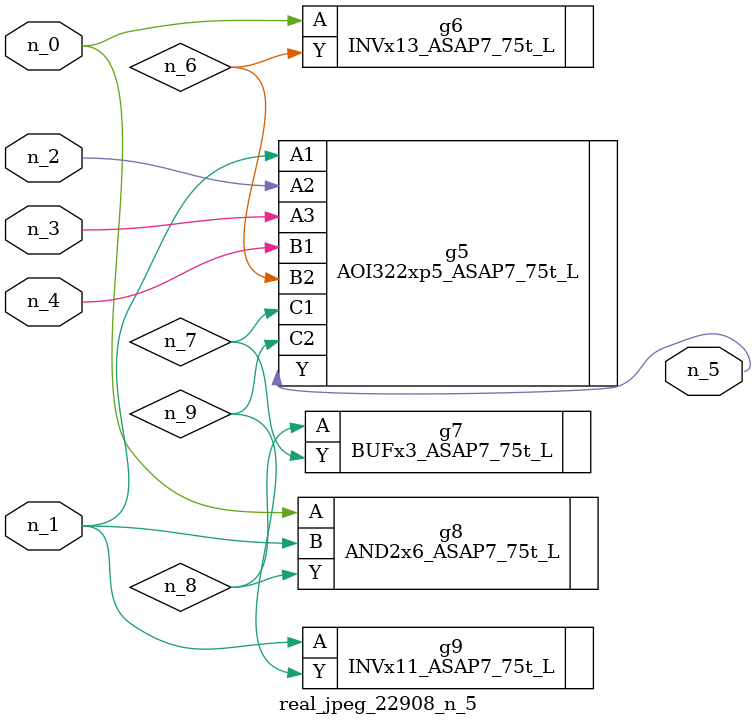
<source format=v>
module real_jpeg_22908_n_5 (n_4, n_0, n_1, n_2, n_3, n_5);

input n_4;
input n_0;
input n_1;
input n_2;
input n_3;

output n_5;

wire n_8;
wire n_6;
wire n_7;
wire n_9;

INVx13_ASAP7_75t_L g6 ( 
.A(n_0),
.Y(n_6)
);

AND2x6_ASAP7_75t_L g8 ( 
.A(n_0),
.B(n_1),
.Y(n_8)
);

AOI322xp5_ASAP7_75t_L g5 ( 
.A1(n_1),
.A2(n_2),
.A3(n_3),
.B1(n_4),
.B2(n_6),
.C1(n_7),
.C2(n_9),
.Y(n_5)
);

INVx11_ASAP7_75t_L g9 ( 
.A(n_1),
.Y(n_9)
);

BUFx3_ASAP7_75t_L g7 ( 
.A(n_8),
.Y(n_7)
);


endmodule
</source>
